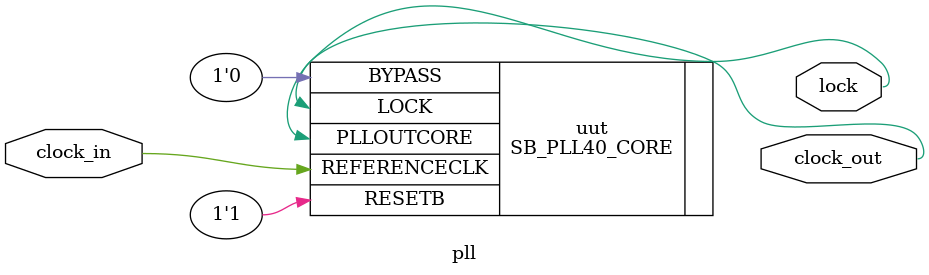
<source format=v>
module pll(     
  input  clock_in,
  output clock_out,
  output lock
);

  SB_PLL40_CORE #(.FEEDBACK_PATH("SIMPLE"),
                  .PLLOUT_SELECT("GENCLK"),
                  .DIVR(4'b0001),
                  .DIVF(7'b1000010),
                  .DIVQ(3'b100),
                  .FILTER_RANGE(3'b001),
                 ) uut (
                         .REFERENCECLK(clock_in),
                         .PLLOUTCORE(clock_out),
                         .LOCK(lock),
                         .RESETB(1'b1),
                         .BYPASS(1'b0)
                        );

endmodule

</source>
